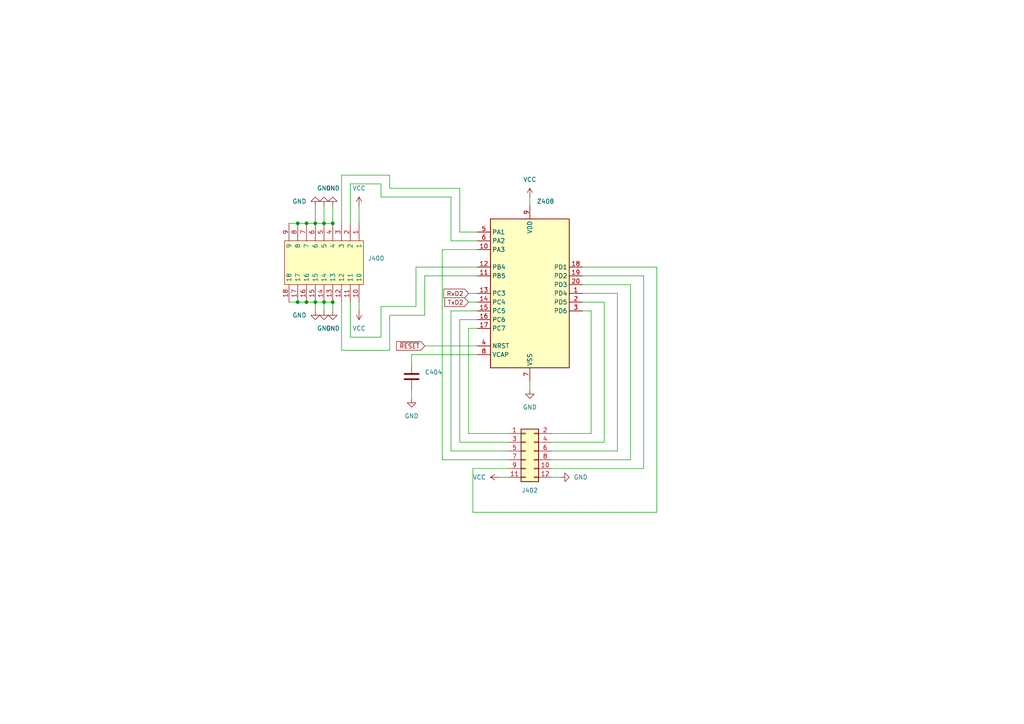
<source format=kicad_sch>
(kicad_sch (version 20211123) (generator eeschema)
  (paper "A4")
  (title_block (title "JupiterAceZ180") (date "2019-09-14") (rev "Alpha") (company "Ontobus") (comment 1 "John Bradley") (comment 2 "https://creativecommons.org/licenses/by-nc-sa/4.0/") (comment 3 "Attribution-NonCommercial-ShareAlike 4.0 International License.") (comment 4 "This work is licensed under a Creative Commons "))
  (lib_symbols
    (symbol "Connector_Generic:Conn_02x06_Odd_Even" (pin_names (offset 1.016) hide)
      (property "Reference" "J" (at 1.27 7.62 0))
      (property "Value" "Conn_02x06_Odd_Even" (at 1.27 -10.16 0))
      (symbol "Conn_02x06_Odd_Even_1_1"
        (rectangle (start -1.27 -7.493) (end 0 -7.747) (stroke (width 0.1524)))
        (rectangle (start -1.27 -4.953) (end 0 -5.207) (stroke (width 0.1524)))
        (rectangle (start -1.27 -2.413) (end 0 -2.667) (stroke (width 0.1524)))
        (rectangle (start -1.27 0.127) (end 0 -0.127) (stroke (width 0.1524)))
        (rectangle (start -1.27 2.667) (end 0 2.413) (stroke (width 0.1524)))
        (rectangle (start -1.27 5.207) (end 0 4.953) (stroke (width 0.1524)))
        (rectangle (start -1.27 6.35) (end 3.81 -8.89) (stroke (width 0.254)) (fill (type background)))
        (rectangle (start 3.81 -7.493) (end 2.54 -7.747) (stroke (width 0.1524)))
        (rectangle (start 3.81 -4.953) (end 2.54 -5.207) (stroke (width 0.1524)))
        (rectangle (start 3.81 -2.413) (end 2.54 -2.667) (stroke (width 0.1524)))
        (rectangle (start 3.81 0.127) (end 2.54 -0.127) (stroke (width 0.1524)))
        (rectangle (start 3.81 2.667) (end 2.54 2.413) (stroke (width 0.1524)))
        (rectangle (start 3.81 5.207) (end 2.54 4.953) (stroke (width 0.1524)))
        (pin passive line (at -5.08 5.08 0) (length 3.81) (name "Pin_1") (number "1"))
        (pin passive line (at 7.62 -5.08 180) (length 3.81) (name "Pin_10") (number "10"))
        (pin passive line (at -5.08 -7.62 0) (length 3.81) (name "Pin_11") (number "11"))
        (pin passive line (at 7.62 -7.62 180) (length 3.81) (name "Pin_12") (number "12"))
        (pin passive line (at 7.62 5.08 180) (length 3.81) (name "Pin_2") (number "2"))
        (pin passive line (at -5.08 2.54 0) (length 3.81) (name "Pin_3") (number "3"))
        (pin passive line (at 7.62 2.54 180) (length 3.81) (name "Pin_4") (number "4"))
        (pin passive line (at -5.08 0 0) (length 3.81) (name "Pin_5") (number "5"))
        (pin passive line (at 7.62 0 180) (length 3.81) (name "Pin_6") (number "6"))
        (pin passive line (at -5.08 -2.54 0) (length 3.81) (name "Pin_7") (number "7"))
        (pin passive line (at 7.62 -2.54 180) (length 3.81) (name "Pin_8") (number "8"))
        (pin passive line (at -5.08 -5.08 0) (length 3.81) (name "Pin_9") (number "9"))
      )
    )
    (symbol "Device:C" (pin_numbers hide) (pin_names (offset 0.254))
      (property "Reference" "C" (at 0.635 2.54 0))
      (property "Value" "C" (at 0.635 -2.54 0))
      (symbol "C_0_1"
        (polyline (pts (xy -2.032 -0.762) (xy 2.032 -0.762)) (stroke (width 0.508)))
        (polyline (pts (xy -2.032 0.762) (xy 2.032 0.762)) (stroke (width 0.508)))
      )
      (symbol "C_1_1"
        (pin passive line (at 0 3.81 270) (length 2.794) (name "~") (number "1"))
        (pin passive line (at 0 -3.81 90) (length 2.794) (name "~") (number "2"))
      )
    )
    (symbol "ExtraSymbols:48409-0003" (pin_names (offset 0.762))
      (property "Reference" "J" (at 5.715 3.81 0))
      (property "Value" "48409-0003" (at 11.43 4.445 0))
      (symbol "48409-0003_0_0"
        (pin passive line (at 0 0 0) (length 5.08) (name "1") (number "1"))
        (pin passive line (at 22.86 0 180) (length 5.08) (name "10") (number "10"))
        (pin passive line (at 22.86 -2.54 180) (length 5.08) (name "11") (number "11"))
        (pin passive line (at 22.86 -5.08 180) (length 5.08) (name "12") (number "12"))
        (pin passive line (at 22.86 -7.62 180) (length 5.08) (name "13") (number "13"))
        (pin passive line (at 22.86 -10.16 180) (length 5.08) (name "14") (number "14"))
        (pin passive line (at 22.86 -12.7 180) (length 5.08) (name "15") (number "15"))
        (pin passive line (at 22.86 -15.24 180) (length 5.08) (name "16") (number "16"))
        (pin passive line (at 22.86 -17.78 180) (length 5.08) (name "17") (number "17"))
        (pin passive line (at 22.86 -20.32 180) (length 5.08) (name "18") (number "18"))
        (pin passive line (at 0 -2.54 0) (length 5.08) (name "2") (number "2"))
        (pin passive line (at 0 -5.08 0) (length 5.08) (name "3") (number "3"))
        (pin passive line (at 0 -7.62 0) (length 5.08) (name "4") (number "4"))
        (pin passive line (at 0 -10.16 0) (length 5.08) (name "5") (number "5"))
        (pin passive line (at 0 -12.7 0) (length 5.08) (name "6") (number "6"))
        (pin passive line (at 0 -15.24 0) (length 5.08) (name "7") (number "7"))
        (pin passive line (at 0 -17.78 0) (length 5.08) (name "8") (number "8"))
        (pin passive line (at 0 -20.32 0) (length 5.08) (name "9") (number "9"))
      )
      (symbol "48409-0003_0_1"
        (polyline (pts (xy 5.08 1.27) (xy 17.78 1.27) (xy 17.78 -21.59) (xy 5.08 -21.59) (xy 5.08 1.27)) (stroke (width 0.1524)) (fill (type background)))
      )
    )
    (symbol "MCU_ST_STM8:STM8S003F3P"
      (property "Reference" "U" (at 1.27 25.4 0))
      (property "Value" "STM8S003F3P" (at 1.27 22.86 0))
      (symbol "STM8S003F3P_0_1"
        (rectangle (start -11.43 21.59) (end 11.43 -21.59) (stroke (width 0.254)) (fill (type background)))
      )
      (symbol "STM8S003F3P_1_1"
        (pin bidirectional line (at 15.24 0 180) (length 3.81) (name "PD4") (number "1"))
        (pin bidirectional line (at -15.24 12.7 0) (length 3.81) (name "PA3") (number "10"))
        (pin bidirectional line (at -15.24 5.08 0) (length 3.81) (name "PB5") (number "11"))
        (pin bidirectional line (at -15.24 7.62 0) (length 3.81) (name "PB4") (number "12"))
        (pin bidirectional line (at -15.24 0 0) (length 3.81) (name "PC3") (number "13"))
        (pin bidirectional line (at -15.24 -2.54 0) (length 3.81) (name "PC4") (number "14"))
        (pin bidirectional line (at -15.24 -5.08 0) (length 3.81) (name "PC5") (number "15"))
        (pin bidirectional line (at -15.24 -7.62 0) (length 3.81) (name "PC6") (number "16"))
        (pin bidirectional line (at -15.24 -10.16 0) (length 3.81) (name "PC7") (number "17"))
        (pin bidirectional line (at 15.24 7.62 180) (length 3.81) (name "PD1") (number "18"))
        (pin bidirectional line (at 15.24 5.08 180) (length 3.81) (name "PD2") (number "19"))
        (pin bidirectional line (at 15.24 -2.54 180) (length 3.81) (name "PD5") (number "2"))
        (pin bidirectional line (at 15.24 2.54 180) (length 3.81) (name "PD3") (number "20"))
        (pin bidirectional line (at 15.24 -5.08 180) (length 3.81) (name "PD6") (number "3"))
        (pin input line (at -15.24 -15.24 0) (length 3.81) (name "NRST") (number "4"))
        (pin bidirectional line (at -15.24 17.78 0) (length 3.81) (name "PA1") (number "5"))
        (pin bidirectional line (at -15.24 15.24 0) (length 3.81) (name "PA2") (number "6"))
        (pin power_in line (at 0 -25.4 90) (length 3.81) (name "VSS") (number "7"))
        (pin passive line (at -15.24 -17.78 0) (length 3.81) (name "VCAP") (number "8"))
        (pin power_in line (at 0 25.4 270) (length 3.81) (name "VDD") (number "9"))
      )
    )
    (symbol "power:GND" (power) (pin_names (offset 0))
      (property "Value" "GND" (at 0 -3.81 0))
      (symbol "GND_0_1"
        (polyline (pts (xy 0 0) (xy 0 -1.27) (xy 1.27 -1.27) (xy 0 -2.54) (xy -1.27 -1.27) (xy 0 -1.27)))
      )
      (symbol "GND_1_1"
        (pin power_in line (at 0 0 270) (length 0) hide (name "GND") (number "1"))
      )
    )
    (symbol "power:VCC" (power) (pin_names (offset 0))
      (property "Value" "VCC" (at 0 3.81 0))
      (symbol "VCC_0_1"
        (polyline (pts (xy -0.762 1.27) (xy 0 2.54)))
        (polyline (pts (xy 0 0) (xy 0 2.54)))
        (polyline (pts (xy 0 2.54) (xy 0.762 1.27)))
      )
      (symbol "VCC_1_1"
        (pin power_in line (at 0 0 90) (length 0) hide (name "VCC") (number "1"))
      )
    )
  )
  (junction (at 91.44 87.63))
  (junction (at 96.52 87.63))
  (junction (at 86.36 64.77))
  (junction (at 96.52 64.77))
  (junction (at 88.9 64.77))
  (junction (at 86.36 87.63))
  (junction (at 93.98 87.63))
  (junction (at 88.9 87.63))
  (junction (at 93.98 64.77))
  (junction (at 91.44 64.77))
  (no_connect (at -344.805 283.21))
  (no_connect (at -28.575 298.45))
  (wire (pts (xy 99.06 50.8) (xy 99.06 64.77)))
  (wire (pts (xy 186.69 80.01) (xy 186.69 135.89)))
  (wire (pts (xy 160.02 133.35) (xy 182.88 133.35)))
  (wire (pts (xy 113.03 50.8) (xy 99.06 50.8)))
  (wire (pts (xy 110.49 88.9) (xy 120.65 88.9)))
  (wire (pts (xy 168.91 82.55) (xy 182.88 82.55)))
  (wire (pts (xy 119.38 102.87) (xy 119.38 105.41)))
  (wire (pts (xy 160.02 138.43) (xy 162.56 138.43)))
  (wire (pts (xy 138.43 100.33) (xy 123.19 100.33)))
  (wire (pts (xy 168.91 77.47) (xy 190.5 77.47)))
  (wire (pts (xy 135.89 85.09) (xy 138.43 85.09)))
  (wire (pts (xy 93.98 64.77) (xy 93.98 59.69)))
  (wire (pts (xy 104.14 64.77) (xy 104.14 59.69)))
  (wire (pts (xy 160.02 130.81) (xy 179.07 130.81)))
  (wire (pts (xy 168.91 85.09) (xy 179.07 85.09)))
  (wire (pts (xy 123.19 80.01) (xy 138.43 80.01)))
  (wire (pts (xy 160.02 128.27) (xy 175.26 128.27)))
  (wire (pts (xy 130.81 57.15) (xy 130.81 69.85)))
  (wire (pts (xy 110.49 57.15) (xy 130.81 57.15)))
  (wire (pts (xy 101.6 53.34) (xy 110.49 53.34)))
  (wire (pts (xy 130.81 69.85) (xy 138.43 69.85)))
  (wire (pts (xy 88.9 87.63) (xy 86.36 87.63)))
  (wire (pts (xy 91.44 87.63) (xy 88.9 87.63)))
  (wire (pts (xy 133.35 92.71) (xy 133.35 128.27)))
  (wire (pts (xy 91.44 87.63) (xy 91.44 90.17)))
  (wire (pts (xy 179.07 85.09) (xy 179.07 130.81)))
  (wire (pts (xy 137.16 135.89) (xy 147.32 135.89)))
  (wire (pts (xy 110.49 53.34) (xy 110.49 57.15)))
  (wire (pts (xy 153.67 59.69) (xy 153.67 57.15)))
  (wire (pts (xy 137.16 148.59) (xy 137.16 135.89)))
  (wire (pts (xy 96.52 87.63) (xy 96.52 90.17)))
  (wire (pts (xy 138.43 87.63) (xy 135.89 87.63)))
  (wire (pts (xy 96.52 64.77) (xy 93.98 64.77)))
  (wire (pts (xy 168.91 90.17) (xy 171.45 90.17)))
  (wire (pts (xy 171.45 90.17) (xy 171.45 125.73)))
  (wire (pts (xy 138.43 90.17) (xy 130.81 90.17)))
  (wire (pts (xy 101.6 53.34) (xy 101.6 64.77)))
  (wire (pts (xy 138.43 67.31) (xy 133.35 67.31)))
  (wire (pts (xy 96.52 87.63) (xy 93.98 87.63)))
  (wire (pts (xy 91.44 64.77) (xy 91.44 59.69)))
  (wire (pts (xy 93.98 64.77) (xy 91.44 64.77)))
  (wire (pts (xy 101.6 97.79) (xy 101.6 87.63)))
  (wire (pts (xy 93.98 87.63) (xy 93.98 90.17)))
  (wire (pts (xy 135.89 95.25) (xy 135.89 125.73)))
  (wire (pts (xy 175.26 87.63) (xy 175.26 128.27)))
  (wire (pts (xy 133.35 128.27) (xy 147.32 128.27)))
  (wire (pts (xy 128.27 72.39) (xy 128.27 133.35)))
  (wire (pts (xy 110.49 97.79) (xy 101.6 97.79)))
  (wire (pts (xy 190.5 148.59) (xy 137.16 148.59)))
  (wire (pts (xy 130.81 130.81) (xy 147.32 130.81)))
  (wire (pts (xy 168.91 80.01) (xy 186.69 80.01)))
  (wire (pts (xy 104.14 87.63) (xy 104.14 90.17)))
  (wire (pts (xy 99.06 101.6) (xy 99.06 87.63)))
  (wire (pts (xy 168.91 87.63) (xy 175.26 87.63)))
  (wire (pts (xy 133.35 67.31) (xy 133.35 54.61)))
  (wire (pts (xy 88.9 64.77) (xy 86.36 64.77)))
  (wire (pts (xy 123.19 91.44) (xy 123.19 80.01)))
  (wire (pts (xy 128.27 133.35) (xy 147.32 133.35)))
  (wire (pts (xy 91.44 64.77) (xy 88.9 64.77)))
  (wire (pts (xy 86.36 87.63) (xy 83.82 87.63)))
  (wire (pts (xy 120.65 77.47) (xy 138.43 77.47)))
  (wire (pts (xy 113.03 54.61) (xy 113.03 50.8)))
  (wire (pts (xy 120.65 88.9) (xy 120.65 77.47)))
  (wire (pts (xy 182.88 82.55) (xy 182.88 133.35)))
  (wire (pts (xy 190.5 77.47) (xy 190.5 148.59)))
  (wire (pts (xy 153.67 110.49) (xy 153.67 113.03)))
  (wire (pts (xy 144.78 138.43) (xy 147.32 138.43)))
  (wire (pts (xy 96.52 64.77) (xy 96.52 59.69)))
  (wire (pts (xy 113.03 91.44) (xy 113.03 101.6)))
  (wire (pts (xy 138.43 72.39) (xy 128.27 72.39)))
  (wire (pts (xy 160.02 135.89) (xy 186.69 135.89)))
  (wire (pts (xy 119.38 102.87) (xy 138.43 102.87)))
  (wire (pts (xy 113.03 101.6) (xy 99.06 101.6)))
  (wire (pts (xy 113.03 54.61) (xy 133.35 54.61)))
  (wire (pts (xy 93.98 87.63) (xy 91.44 87.63)))
  (wire (pts (xy 138.43 95.25) (xy 135.89 95.25)))
  (wire (pts (xy 110.49 88.9) (xy 110.49 97.79)))
  (wire (pts (xy 130.81 90.17) (xy 130.81 130.81)))
  (wire (pts (xy 119.38 113.03) (xy 119.38 115.57)))
  (wire (pts (xy 171.45 125.73) (xy 160.02 125.73)))
  (wire (pts (xy 138.43 92.71) (xy 133.35 92.71)))
  (wire (pts (xy 86.36 64.77) (xy 83.82 64.77)))
  (wire (pts (xy 147.32 125.73) (xy 135.89 125.73)))
  (wire (pts (xy 113.03 91.44) (xy 123.19 91.44)))
  (global_label "TxD2" (shape input) (at 135.89 87.63 180) (property "Intersheet References" "${INTERSHEET_REFS}" (at 129.0906 87.5506 0) (effects (justify right))))
  (global_label "RxD2" (shape input) (at 135.89 85.09 180) (property "Intersheet References" "${INTERSHEET_REFS}" (at 128.7882 85.0106 0) (effects (justify right))))
  (global_label "~{RESET}" (shape input) (at 123.19 100.33 180) (property "Intersheet References" "${INTERSHEET_REFS}" (at 115.1206 100.2506 0) (effects (justify right))))
  (symbol (lib_id "ExtraSymbols:48409-0003") (at 104.14 64.77 270) (unit 1)
    (property "Reference" "J400" (at 106.68 74.9299 90) (effects (justify left)))
    (property "Datasheet" "http://www.molex.com/pdm_docs/sd/484090003_sd.pdf" (effects hide))
    (property "Description" "2 port Vertical Through Hole Version 3 Type A USB Connector" (effects hide))
    (property "Mouser Part Number" "538-48409-0003" (effects hide))
    (property "Mouser Price/Stock" "https://www.mouser.co.uk/ProductDetail/Molex/48409-0003/?qs=KpdAywxU012gZlXxUSovmw%3D%3D" (effects hide))
    (property "Manufacturer_Name" "Molex" (effects hide))
    (property "Manufacturer_Part_Number" "48409-0003" (effects hide))
  )
  (symbol (lib_id "MCU_ST_STM8:STM8S003F3P") (at 153.67 85.09 0) (unit 1)
    (property "Reference" "Z408" (at 155.6894 58.42 0) (effects (justify left)))
    (property "Datasheet" "http://www.st.com/st-web-ui/static/active/en/resource/technical/document/datasheet/DM00024550.pdf" (effects hide))
  )
  (symbol (lib_id "power:VCC") (at 153.67 57.15 0) (unit 1)
    (property "Reference" "#~PWR0140" (effects hide))
  )
  (symbol (lib_id "power:GND") (at 96.52 59.69 180) (unit 1)
    (property "Reference" "#~PWR0163" (effects hide))
  )
  (symbol (lib_id "power:GND") (at 153.67 113.03 0) (unit 1)
    (property "Reference" "#~PWR0141" (effects hide))
  )
  (symbol (lib_id "power:GND") (at 96.52 90.17 0) (unit 1)
    (property "Reference" "#~PWR0165" (effects hide))
  )
  (symbol (lib_id "power:GND") (at 91.44 59.69 180) (unit 1)
    (property "Reference" "#~PWR0144" (effects hide))
  )
  (symbol (lib_id "power:VCC") (at 104.14 90.17 180) (unit 1)
    (property "Reference" "#~PWR0145" (effects hide))
  )
  (symbol (lib_id "power:VCC") (at 104.14 59.69 0) (unit 1)
    (property "Reference" "#~PWR0146" (effects hide))
  )
  (symbol (lib_id "power:GND") (at 93.98 59.69 180) (unit 1)
    (property "Reference" "#~PWR0148" (effects hide))
  )
  (symbol (lib_id "power:GND") (at 93.98 90.17 0) (unit 1)
    (property "Reference" "#~PWR0149" (effects hide))
  )
  (symbol (lib_id "power:GND") (at 91.44 90.17 0) (unit 1)
    (property "Reference" "#~PWR0152" (effects hide))
  )
  (symbol (lib_id "power:GND") (at 162.56 138.43 90) (unit 1)
    (property "Reference" "#~PWR0164" (effects hide))
  )
  (symbol (lib_id "power:VCC") (at 144.78 138.43 90) (unit 1)
    (property "Reference" "#~PWR0166" (effects hide))
  )
  (symbol (lib_id "Connector_Generic:Conn_02x06_Odd_Even") (at 152.4 130.81 0) (unit 1)
    (property "Reference" "J402" (at 153.67 142.24 0))
    (property "Manufacturer_Name" "SAMTEC" (effects hide))
    (property "Manufacturer_Part_Number" "HTSW-106-08-S-D " (effects hide))
  )
  (symbol (lib_id "Device:C") (at 119.38 109.22 0) (unit 1)
    (property "Reference" "C404" (at 123.19 107.9499 0) (effects (justify left)))
  )
  (symbol (lib_id "power:GND") (at 119.38 115.57 0) (unit 1)
    (property "Reference" "#~PWR0167" (effects hide))
  )
)
</source>
